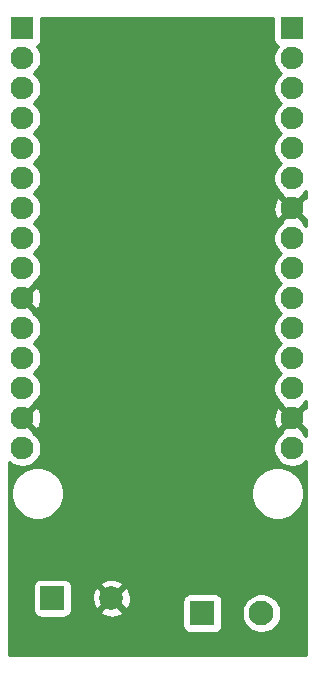
<source format=gbl>
G04 #@! TF.GenerationSoftware,KiCad,Pcbnew,5.1.5+dfsg1-2build2*
G04 #@! TF.CreationDate,2022-10-24T00:29:02+02:00*
G04 #@! TF.ProjectId,MBus_to_radio,4d427573-5f74-46f5-9f72-6164696f2e6b,rev?*
G04 #@! TF.SameCoordinates,Original*
G04 #@! TF.FileFunction,Copper,L2,Bot*
G04 #@! TF.FilePolarity,Positive*
%FSLAX46Y46*%
G04 Gerber Fmt 4.6, Leading zero omitted, Abs format (unit mm)*
G04 Created by KiCad (PCBNEW 5.1.5+dfsg1-2build2) date 2022-10-24 00:29:02*
%MOMM*%
%LPD*%
G04 APERTURE LIST*
%ADD10C,2.100000*%
%ADD11R,2.100000X2.100000*%
%ADD12C,2.000000*%
%ADD13R,2.000000X2.000000*%
%ADD14C,1.930000*%
%ADD15R,1.930000X1.930000*%
%ADD16C,0.800000*%
%ADD17C,0.254000*%
G04 APERTURE END LIST*
D10*
X118030000Y-111760000D03*
D11*
X113030000Y-111760000D03*
D12*
X105330000Y-110490000D03*
D13*
X100330000Y-110490000D03*
D14*
X120650000Y-97790000D03*
X120650000Y-95250000D03*
X120650000Y-92710000D03*
X120650000Y-90170000D03*
X120650000Y-87630000D03*
X120650000Y-85090000D03*
X120650000Y-82550000D03*
X120650000Y-80010000D03*
X120650000Y-77470000D03*
X120650000Y-74930000D03*
X120650000Y-72390000D03*
X120650000Y-69850000D03*
X120650000Y-67310000D03*
X120650000Y-64770000D03*
D15*
X120650000Y-62230000D03*
D14*
X97790000Y-97790000D03*
X97790000Y-95250000D03*
X97790000Y-92710000D03*
X97790000Y-90170000D03*
X97790000Y-87630000D03*
X97790000Y-85090000D03*
X97790000Y-82550000D03*
X97790000Y-80010000D03*
X97790000Y-77470000D03*
X97790000Y-74930000D03*
X97790000Y-72390000D03*
X97790000Y-69850000D03*
X97790000Y-67310000D03*
X97790000Y-64770000D03*
D15*
X97790000Y-62230000D03*
D16*
X109397800Y-101028500D03*
X113055400Y-101752400D03*
X111125000Y-101041200D03*
X111226600Y-97891600D03*
X111506000Y-92735400D03*
X111188500Y-96494600D03*
X102971600Y-101066600D03*
X104902000Y-101066600D03*
X102857300Y-92748100D03*
X101257100Y-92837000D03*
X110566200Y-88074500D03*
X111569500Y-89789000D03*
X112179100Y-79070200D03*
X114388900Y-83489800D03*
X114706400Y-79171800D03*
X117449600Y-78930500D03*
X118706900Y-78943200D03*
X100291900Y-62000000D03*
X103492300Y-62000000D03*
X106641900Y-62000000D03*
X109461300Y-62000000D03*
X112382300Y-62000000D03*
X115379500Y-62000000D03*
X118059200Y-62000000D03*
X114693700Y-84899500D03*
X115912900Y-86347300D03*
X117335300Y-87668100D03*
X118262400Y-88760300D03*
X114757200Y-89319100D03*
X110109000Y-83883500D03*
X110109000Y-85877400D03*
X114198400Y-91198700D03*
X116268500Y-90335100D03*
X118338600Y-91427300D03*
X115658900Y-94919800D03*
X109562900Y-78955900D03*
X110045500Y-73837800D03*
X111404400Y-72504300D03*
X113626900Y-72224900D03*
X118922800Y-73863200D03*
X115836700Y-72326500D03*
X104609900Y-88112600D03*
X103212900Y-88544400D03*
X106591100Y-85331300D03*
X108483400Y-85483700D03*
X104978200Y-85737700D03*
X101688900Y-91325700D03*
X105600500Y-94945200D03*
X106921300Y-97777300D03*
X110769400Y-99580700D03*
X109626400Y-75501500D03*
D17*
G36*
X119046928Y-63195000D02*
G01*
X119059188Y-63319482D01*
X119095498Y-63439180D01*
X119154463Y-63549494D01*
X119233815Y-63646185D01*
X119330506Y-63725537D01*
X119399089Y-63762196D01*
X119232098Y-64012116D01*
X119111487Y-64303297D01*
X119050000Y-64612414D01*
X119050000Y-64927586D01*
X119111487Y-65236703D01*
X119232098Y-65527884D01*
X119407199Y-65789941D01*
X119630059Y-66012801D01*
X119670765Y-66040000D01*
X119630059Y-66067199D01*
X119407199Y-66290059D01*
X119232098Y-66552116D01*
X119111487Y-66843297D01*
X119050000Y-67152414D01*
X119050000Y-67467586D01*
X119111487Y-67776703D01*
X119232098Y-68067884D01*
X119407199Y-68329941D01*
X119630059Y-68552801D01*
X119670765Y-68580000D01*
X119630059Y-68607199D01*
X119407199Y-68830059D01*
X119232098Y-69092116D01*
X119111487Y-69383297D01*
X119050000Y-69692414D01*
X119050000Y-70007586D01*
X119111487Y-70316703D01*
X119232098Y-70607884D01*
X119407199Y-70869941D01*
X119630059Y-71092801D01*
X119670765Y-71120000D01*
X119630059Y-71147199D01*
X119407199Y-71370059D01*
X119232098Y-71632116D01*
X119111487Y-71923297D01*
X119050000Y-72232414D01*
X119050000Y-72547586D01*
X119111487Y-72856703D01*
X119232098Y-73147884D01*
X119407199Y-73409941D01*
X119630059Y-73632801D01*
X119670765Y-73660000D01*
X119630059Y-73687199D01*
X119407199Y-73910059D01*
X119232098Y-74172116D01*
X119111487Y-74463297D01*
X119050000Y-74772414D01*
X119050000Y-75087586D01*
X119111487Y-75396703D01*
X119232098Y-75687884D01*
X119407199Y-75949941D01*
X119630059Y-76172801D01*
X119755319Y-76256497D01*
X119719153Y-76359548D01*
X120650000Y-77290395D01*
X121580847Y-76359548D01*
X121544681Y-76256497D01*
X121669941Y-76172801D01*
X121840001Y-76002741D01*
X121840001Y-76567071D01*
X121760452Y-76539153D01*
X120829605Y-77470000D01*
X121760452Y-78400847D01*
X121840001Y-78372929D01*
X121840001Y-78937259D01*
X121669941Y-78767199D01*
X121544681Y-78683503D01*
X121580847Y-78580452D01*
X120650000Y-77649605D01*
X119719153Y-78580452D01*
X119755319Y-78683503D01*
X119630059Y-78767199D01*
X119407199Y-78990059D01*
X119232098Y-79252116D01*
X119111487Y-79543297D01*
X119050000Y-79852414D01*
X119050000Y-80167586D01*
X119111487Y-80476703D01*
X119232098Y-80767884D01*
X119407199Y-81029941D01*
X119630059Y-81252801D01*
X119670765Y-81280000D01*
X119630059Y-81307199D01*
X119407199Y-81530059D01*
X119232098Y-81792116D01*
X119111487Y-82083297D01*
X119050000Y-82392414D01*
X119050000Y-82707586D01*
X119111487Y-83016703D01*
X119232098Y-83307884D01*
X119407199Y-83569941D01*
X119630059Y-83792801D01*
X119670765Y-83820000D01*
X119630059Y-83847199D01*
X119407199Y-84070059D01*
X119232098Y-84332116D01*
X119111487Y-84623297D01*
X119050000Y-84932414D01*
X119050000Y-85247586D01*
X119111487Y-85556703D01*
X119232098Y-85847884D01*
X119407199Y-86109941D01*
X119630059Y-86332801D01*
X119670765Y-86360000D01*
X119630059Y-86387199D01*
X119407199Y-86610059D01*
X119232098Y-86872116D01*
X119111487Y-87163297D01*
X119050000Y-87472414D01*
X119050000Y-87787586D01*
X119111487Y-88096703D01*
X119232098Y-88387884D01*
X119407199Y-88649941D01*
X119630059Y-88872801D01*
X119670765Y-88900000D01*
X119630059Y-88927199D01*
X119407199Y-89150059D01*
X119232098Y-89412116D01*
X119111487Y-89703297D01*
X119050000Y-90012414D01*
X119050000Y-90327586D01*
X119111487Y-90636703D01*
X119232098Y-90927884D01*
X119407199Y-91189941D01*
X119630059Y-91412801D01*
X119670765Y-91440000D01*
X119630059Y-91467199D01*
X119407199Y-91690059D01*
X119232098Y-91952116D01*
X119111487Y-92243297D01*
X119050000Y-92552414D01*
X119050000Y-92867586D01*
X119111487Y-93176703D01*
X119232098Y-93467884D01*
X119407199Y-93729941D01*
X119630059Y-93952801D01*
X119755319Y-94036497D01*
X119719153Y-94139548D01*
X120650000Y-95070395D01*
X121580847Y-94139548D01*
X121544681Y-94036497D01*
X121669941Y-93952801D01*
X121840000Y-93782742D01*
X121840000Y-94347071D01*
X121760452Y-94319153D01*
X120829605Y-95250000D01*
X121760452Y-96180847D01*
X121840000Y-96152929D01*
X121840000Y-96717258D01*
X121669941Y-96547199D01*
X121544681Y-96463503D01*
X121580847Y-96360452D01*
X120650000Y-95429605D01*
X119719153Y-96360452D01*
X119755319Y-96463503D01*
X119630059Y-96547199D01*
X119407199Y-96770059D01*
X119232098Y-97032116D01*
X119111487Y-97323297D01*
X119050000Y-97632414D01*
X119050000Y-97947586D01*
X119111487Y-98256703D01*
X119232098Y-98547884D01*
X119407199Y-98809941D01*
X119630059Y-99032801D01*
X119892116Y-99207902D01*
X120183297Y-99328513D01*
X120492414Y-99390000D01*
X120807586Y-99390000D01*
X121116703Y-99328513D01*
X121407884Y-99207902D01*
X121669941Y-99032801D01*
X121840000Y-98862742D01*
X121840000Y-115340000D01*
X96660000Y-115340000D01*
X96660000Y-109490000D01*
X98691928Y-109490000D01*
X98691928Y-111490000D01*
X98704188Y-111614482D01*
X98740498Y-111734180D01*
X98799463Y-111844494D01*
X98878815Y-111941185D01*
X98975506Y-112020537D01*
X99085820Y-112079502D01*
X99205518Y-112115812D01*
X99330000Y-112128072D01*
X101330000Y-112128072D01*
X101454482Y-112115812D01*
X101574180Y-112079502D01*
X101684494Y-112020537D01*
X101781185Y-111941185D01*
X101860537Y-111844494D01*
X101919502Y-111734180D01*
X101952496Y-111625413D01*
X104374192Y-111625413D01*
X104469956Y-111889814D01*
X104759571Y-112030704D01*
X105071108Y-112112384D01*
X105392595Y-112131718D01*
X105711675Y-112087961D01*
X106016088Y-111982795D01*
X106190044Y-111889814D01*
X106285808Y-111625413D01*
X105330000Y-110669605D01*
X104374192Y-111625413D01*
X101952496Y-111625413D01*
X101955812Y-111614482D01*
X101968072Y-111490000D01*
X101968072Y-110552595D01*
X103688282Y-110552595D01*
X103732039Y-110871675D01*
X103837205Y-111176088D01*
X103930186Y-111350044D01*
X104194587Y-111445808D01*
X105150395Y-110490000D01*
X105509605Y-110490000D01*
X106465413Y-111445808D01*
X106729814Y-111350044D01*
X106870704Y-111060429D01*
X106952384Y-110748892D01*
X106954722Y-110710000D01*
X111341928Y-110710000D01*
X111341928Y-112810000D01*
X111354188Y-112934482D01*
X111390498Y-113054180D01*
X111449463Y-113164494D01*
X111528815Y-113261185D01*
X111625506Y-113340537D01*
X111735820Y-113399502D01*
X111855518Y-113435812D01*
X111980000Y-113448072D01*
X114080000Y-113448072D01*
X114204482Y-113435812D01*
X114324180Y-113399502D01*
X114434494Y-113340537D01*
X114531185Y-113261185D01*
X114610537Y-113164494D01*
X114669502Y-113054180D01*
X114705812Y-112934482D01*
X114718072Y-112810000D01*
X114718072Y-111594042D01*
X116345000Y-111594042D01*
X116345000Y-111925958D01*
X116409754Y-112251496D01*
X116536772Y-112558147D01*
X116721175Y-112834125D01*
X116955875Y-113068825D01*
X117231853Y-113253228D01*
X117538504Y-113380246D01*
X117864042Y-113445000D01*
X118195958Y-113445000D01*
X118521496Y-113380246D01*
X118828147Y-113253228D01*
X119104125Y-113068825D01*
X119338825Y-112834125D01*
X119523228Y-112558147D01*
X119650246Y-112251496D01*
X119715000Y-111925958D01*
X119715000Y-111594042D01*
X119650246Y-111268504D01*
X119523228Y-110961853D01*
X119338825Y-110685875D01*
X119104125Y-110451175D01*
X118828147Y-110266772D01*
X118521496Y-110139754D01*
X118195958Y-110075000D01*
X117864042Y-110075000D01*
X117538504Y-110139754D01*
X117231853Y-110266772D01*
X116955875Y-110451175D01*
X116721175Y-110685875D01*
X116536772Y-110961853D01*
X116409754Y-111268504D01*
X116345000Y-111594042D01*
X114718072Y-111594042D01*
X114718072Y-110710000D01*
X114705812Y-110585518D01*
X114669502Y-110465820D01*
X114610537Y-110355506D01*
X114531185Y-110258815D01*
X114434494Y-110179463D01*
X114324180Y-110120498D01*
X114204482Y-110084188D01*
X114080000Y-110071928D01*
X111980000Y-110071928D01*
X111855518Y-110084188D01*
X111735820Y-110120498D01*
X111625506Y-110179463D01*
X111528815Y-110258815D01*
X111449463Y-110355506D01*
X111390498Y-110465820D01*
X111354188Y-110585518D01*
X111341928Y-110710000D01*
X106954722Y-110710000D01*
X106971718Y-110427405D01*
X106927961Y-110108325D01*
X106822795Y-109803912D01*
X106729814Y-109629956D01*
X106465413Y-109534192D01*
X105509605Y-110490000D01*
X105150395Y-110490000D01*
X104194587Y-109534192D01*
X103930186Y-109629956D01*
X103789296Y-109919571D01*
X103707616Y-110231108D01*
X103688282Y-110552595D01*
X101968072Y-110552595D01*
X101968072Y-109490000D01*
X101955812Y-109365518D01*
X101952497Y-109354587D01*
X104374192Y-109354587D01*
X105330000Y-110310395D01*
X106285808Y-109354587D01*
X106190044Y-109090186D01*
X105900429Y-108949296D01*
X105588892Y-108867616D01*
X105267405Y-108848282D01*
X104948325Y-108892039D01*
X104643912Y-108997205D01*
X104469956Y-109090186D01*
X104374192Y-109354587D01*
X101952497Y-109354587D01*
X101919502Y-109245820D01*
X101860537Y-109135506D01*
X101781185Y-109038815D01*
X101684494Y-108959463D01*
X101574180Y-108900498D01*
X101454482Y-108864188D01*
X101330000Y-108851928D01*
X99330000Y-108851928D01*
X99205518Y-108864188D01*
X99085820Y-108900498D01*
X98975506Y-108959463D01*
X98878815Y-109038815D01*
X98799463Y-109135506D01*
X98740498Y-109245820D01*
X98704188Y-109365518D01*
X98691928Y-109490000D01*
X96660000Y-109490000D01*
X96660000Y-101379872D01*
X96825000Y-101379872D01*
X96825000Y-101820128D01*
X96910890Y-102251925D01*
X97079369Y-102658669D01*
X97323962Y-103024729D01*
X97635271Y-103336038D01*
X98001331Y-103580631D01*
X98408075Y-103749110D01*
X98839872Y-103835000D01*
X99280128Y-103835000D01*
X99711925Y-103749110D01*
X100118669Y-103580631D01*
X100484729Y-103336038D01*
X100796038Y-103024729D01*
X101040631Y-102658669D01*
X101209110Y-102251925D01*
X101295000Y-101820128D01*
X101295000Y-101379872D01*
X117145000Y-101379872D01*
X117145000Y-101820128D01*
X117230890Y-102251925D01*
X117399369Y-102658669D01*
X117643962Y-103024729D01*
X117955271Y-103336038D01*
X118321331Y-103580631D01*
X118728075Y-103749110D01*
X119159872Y-103835000D01*
X119600128Y-103835000D01*
X120031925Y-103749110D01*
X120438669Y-103580631D01*
X120804729Y-103336038D01*
X121116038Y-103024729D01*
X121360631Y-102658669D01*
X121529110Y-102251925D01*
X121615000Y-101820128D01*
X121615000Y-101379872D01*
X121529110Y-100948075D01*
X121360631Y-100541331D01*
X121116038Y-100175271D01*
X120804729Y-99863962D01*
X120438669Y-99619369D01*
X120031925Y-99450890D01*
X119600128Y-99365000D01*
X119159872Y-99365000D01*
X118728075Y-99450890D01*
X118321331Y-99619369D01*
X117955271Y-99863962D01*
X117643962Y-100175271D01*
X117399369Y-100541331D01*
X117230890Y-100948075D01*
X117145000Y-101379872D01*
X101295000Y-101379872D01*
X101209110Y-100948075D01*
X101040631Y-100541331D01*
X100796038Y-100175271D01*
X100484729Y-99863962D01*
X100118669Y-99619369D01*
X99711925Y-99450890D01*
X99280128Y-99365000D01*
X98839872Y-99365000D01*
X98408075Y-99450890D01*
X98001331Y-99619369D01*
X97635271Y-99863962D01*
X97323962Y-100175271D01*
X97079369Y-100541331D01*
X96910890Y-100948075D01*
X96825000Y-101379872D01*
X96660000Y-101379872D01*
X96660000Y-98922742D01*
X96770059Y-99032801D01*
X97032116Y-99207902D01*
X97323297Y-99328513D01*
X97632414Y-99390000D01*
X97947586Y-99390000D01*
X98256703Y-99328513D01*
X98547884Y-99207902D01*
X98809941Y-99032801D01*
X99032801Y-98809941D01*
X99207902Y-98547884D01*
X99328513Y-98256703D01*
X99390000Y-97947586D01*
X99390000Y-97632414D01*
X99328513Y-97323297D01*
X99207902Y-97032116D01*
X99032801Y-96770059D01*
X98809941Y-96547199D01*
X98684681Y-96463503D01*
X98720847Y-96360452D01*
X97790000Y-95429605D01*
X97775858Y-95443748D01*
X97596253Y-95264143D01*
X97610395Y-95250000D01*
X97969605Y-95250000D01*
X98900452Y-96180847D01*
X99161275Y-96089309D01*
X99298668Y-95805659D01*
X99378083Y-95500656D01*
X99388992Y-95313980D01*
X119043530Y-95313980D01*
X119086880Y-95626157D01*
X119190300Y-95923879D01*
X119278725Y-96089309D01*
X119539548Y-96180847D01*
X120470395Y-95250000D01*
X119539548Y-94319153D01*
X119278725Y-94410691D01*
X119141332Y-94694341D01*
X119061917Y-94999344D01*
X119043530Y-95313980D01*
X99388992Y-95313980D01*
X99396470Y-95186020D01*
X99353120Y-94873843D01*
X99249700Y-94576121D01*
X99161275Y-94410691D01*
X98900452Y-94319153D01*
X97969605Y-95250000D01*
X97610395Y-95250000D01*
X97596253Y-95235858D01*
X97775858Y-95056253D01*
X97790000Y-95070395D01*
X98720847Y-94139548D01*
X98684681Y-94036497D01*
X98809941Y-93952801D01*
X99032801Y-93729941D01*
X99207902Y-93467884D01*
X99328513Y-93176703D01*
X99390000Y-92867586D01*
X99390000Y-92552414D01*
X99328513Y-92243297D01*
X99207902Y-91952116D01*
X99032801Y-91690059D01*
X98809941Y-91467199D01*
X98769235Y-91440000D01*
X98809941Y-91412801D01*
X99032801Y-91189941D01*
X99207902Y-90927884D01*
X99328513Y-90636703D01*
X99390000Y-90327586D01*
X99390000Y-90012414D01*
X99328513Y-89703297D01*
X99207902Y-89412116D01*
X99032801Y-89150059D01*
X98809941Y-88927199D01*
X98769235Y-88900000D01*
X98809941Y-88872801D01*
X99032801Y-88649941D01*
X99207902Y-88387884D01*
X99328513Y-88096703D01*
X99390000Y-87787586D01*
X99390000Y-87472414D01*
X99328513Y-87163297D01*
X99207902Y-86872116D01*
X99032801Y-86610059D01*
X98809941Y-86387199D01*
X98684681Y-86303503D01*
X98720847Y-86200452D01*
X97790000Y-85269605D01*
X97775858Y-85283748D01*
X97596253Y-85104143D01*
X97610395Y-85090000D01*
X97969605Y-85090000D01*
X98900452Y-86020847D01*
X99161275Y-85929309D01*
X99298668Y-85645659D01*
X99378083Y-85340656D01*
X99396470Y-85026020D01*
X99353120Y-84713843D01*
X99249700Y-84416121D01*
X99161275Y-84250691D01*
X98900452Y-84159153D01*
X97969605Y-85090000D01*
X97610395Y-85090000D01*
X97596253Y-85075858D01*
X97775858Y-84896253D01*
X97790000Y-84910395D01*
X98720847Y-83979548D01*
X98684681Y-83876497D01*
X98809941Y-83792801D01*
X99032801Y-83569941D01*
X99207902Y-83307884D01*
X99328513Y-83016703D01*
X99390000Y-82707586D01*
X99390000Y-82392414D01*
X99328513Y-82083297D01*
X99207902Y-81792116D01*
X99032801Y-81530059D01*
X98809941Y-81307199D01*
X98769235Y-81280000D01*
X98809941Y-81252801D01*
X99032801Y-81029941D01*
X99207902Y-80767884D01*
X99328513Y-80476703D01*
X99390000Y-80167586D01*
X99390000Y-79852414D01*
X99328513Y-79543297D01*
X99207902Y-79252116D01*
X99032801Y-78990059D01*
X98809941Y-78767199D01*
X98769235Y-78740000D01*
X98809941Y-78712801D01*
X99032801Y-78489941D01*
X99207902Y-78227884D01*
X99328513Y-77936703D01*
X99390000Y-77627586D01*
X99390000Y-77533980D01*
X119043530Y-77533980D01*
X119086880Y-77846157D01*
X119190300Y-78143879D01*
X119278725Y-78309309D01*
X119539548Y-78400847D01*
X120470395Y-77470000D01*
X119539548Y-76539153D01*
X119278725Y-76630691D01*
X119141332Y-76914341D01*
X119061917Y-77219344D01*
X119043530Y-77533980D01*
X99390000Y-77533980D01*
X99390000Y-77312414D01*
X99328513Y-77003297D01*
X99207902Y-76712116D01*
X99032801Y-76450059D01*
X98809941Y-76227199D01*
X98769235Y-76200000D01*
X98809941Y-76172801D01*
X99032801Y-75949941D01*
X99207902Y-75687884D01*
X99328513Y-75396703D01*
X99390000Y-75087586D01*
X99390000Y-74772414D01*
X99328513Y-74463297D01*
X99207902Y-74172116D01*
X99032801Y-73910059D01*
X98809941Y-73687199D01*
X98769235Y-73660000D01*
X98809941Y-73632801D01*
X99032801Y-73409941D01*
X99207902Y-73147884D01*
X99328513Y-72856703D01*
X99390000Y-72547586D01*
X99390000Y-72232414D01*
X99328513Y-71923297D01*
X99207902Y-71632116D01*
X99032801Y-71370059D01*
X98809941Y-71147199D01*
X98769235Y-71120000D01*
X98809941Y-71092801D01*
X99032801Y-70869941D01*
X99207902Y-70607884D01*
X99328513Y-70316703D01*
X99390000Y-70007586D01*
X99390000Y-69692414D01*
X99328513Y-69383297D01*
X99207902Y-69092116D01*
X99032801Y-68830059D01*
X98809941Y-68607199D01*
X98769235Y-68580000D01*
X98809941Y-68552801D01*
X99032801Y-68329941D01*
X99207902Y-68067884D01*
X99328513Y-67776703D01*
X99390000Y-67467586D01*
X99390000Y-67152414D01*
X99328513Y-66843297D01*
X99207902Y-66552116D01*
X99032801Y-66290059D01*
X98809941Y-66067199D01*
X98769235Y-66040000D01*
X98809941Y-66012801D01*
X99032801Y-65789941D01*
X99207902Y-65527884D01*
X99328513Y-65236703D01*
X99390000Y-64927586D01*
X99390000Y-64612414D01*
X99328513Y-64303297D01*
X99207902Y-64012116D01*
X99040911Y-63762196D01*
X99109494Y-63725537D01*
X99206185Y-63646185D01*
X99285537Y-63549494D01*
X99344502Y-63439180D01*
X99380812Y-63319482D01*
X99393072Y-63195000D01*
X99393072Y-61328300D01*
X119046928Y-61328300D01*
X119046928Y-63195000D01*
G37*
X119046928Y-63195000D02*
X119059188Y-63319482D01*
X119095498Y-63439180D01*
X119154463Y-63549494D01*
X119233815Y-63646185D01*
X119330506Y-63725537D01*
X119399089Y-63762196D01*
X119232098Y-64012116D01*
X119111487Y-64303297D01*
X119050000Y-64612414D01*
X119050000Y-64927586D01*
X119111487Y-65236703D01*
X119232098Y-65527884D01*
X119407199Y-65789941D01*
X119630059Y-66012801D01*
X119670765Y-66040000D01*
X119630059Y-66067199D01*
X119407199Y-66290059D01*
X119232098Y-66552116D01*
X119111487Y-66843297D01*
X119050000Y-67152414D01*
X119050000Y-67467586D01*
X119111487Y-67776703D01*
X119232098Y-68067884D01*
X119407199Y-68329941D01*
X119630059Y-68552801D01*
X119670765Y-68580000D01*
X119630059Y-68607199D01*
X119407199Y-68830059D01*
X119232098Y-69092116D01*
X119111487Y-69383297D01*
X119050000Y-69692414D01*
X119050000Y-70007586D01*
X119111487Y-70316703D01*
X119232098Y-70607884D01*
X119407199Y-70869941D01*
X119630059Y-71092801D01*
X119670765Y-71120000D01*
X119630059Y-71147199D01*
X119407199Y-71370059D01*
X119232098Y-71632116D01*
X119111487Y-71923297D01*
X119050000Y-72232414D01*
X119050000Y-72547586D01*
X119111487Y-72856703D01*
X119232098Y-73147884D01*
X119407199Y-73409941D01*
X119630059Y-73632801D01*
X119670765Y-73660000D01*
X119630059Y-73687199D01*
X119407199Y-73910059D01*
X119232098Y-74172116D01*
X119111487Y-74463297D01*
X119050000Y-74772414D01*
X119050000Y-75087586D01*
X119111487Y-75396703D01*
X119232098Y-75687884D01*
X119407199Y-75949941D01*
X119630059Y-76172801D01*
X119755319Y-76256497D01*
X119719153Y-76359548D01*
X120650000Y-77290395D01*
X121580847Y-76359548D01*
X121544681Y-76256497D01*
X121669941Y-76172801D01*
X121840001Y-76002741D01*
X121840001Y-76567071D01*
X121760452Y-76539153D01*
X120829605Y-77470000D01*
X121760452Y-78400847D01*
X121840001Y-78372929D01*
X121840001Y-78937259D01*
X121669941Y-78767199D01*
X121544681Y-78683503D01*
X121580847Y-78580452D01*
X120650000Y-77649605D01*
X119719153Y-78580452D01*
X119755319Y-78683503D01*
X119630059Y-78767199D01*
X119407199Y-78990059D01*
X119232098Y-79252116D01*
X119111487Y-79543297D01*
X119050000Y-79852414D01*
X119050000Y-80167586D01*
X119111487Y-80476703D01*
X119232098Y-80767884D01*
X119407199Y-81029941D01*
X119630059Y-81252801D01*
X119670765Y-81280000D01*
X119630059Y-81307199D01*
X119407199Y-81530059D01*
X119232098Y-81792116D01*
X119111487Y-82083297D01*
X119050000Y-82392414D01*
X119050000Y-82707586D01*
X119111487Y-83016703D01*
X119232098Y-83307884D01*
X119407199Y-83569941D01*
X119630059Y-83792801D01*
X119670765Y-83820000D01*
X119630059Y-83847199D01*
X119407199Y-84070059D01*
X119232098Y-84332116D01*
X119111487Y-84623297D01*
X119050000Y-84932414D01*
X119050000Y-85247586D01*
X119111487Y-85556703D01*
X119232098Y-85847884D01*
X119407199Y-86109941D01*
X119630059Y-86332801D01*
X119670765Y-86360000D01*
X119630059Y-86387199D01*
X119407199Y-86610059D01*
X119232098Y-86872116D01*
X119111487Y-87163297D01*
X119050000Y-87472414D01*
X119050000Y-87787586D01*
X119111487Y-88096703D01*
X119232098Y-88387884D01*
X119407199Y-88649941D01*
X119630059Y-88872801D01*
X119670765Y-88900000D01*
X119630059Y-88927199D01*
X119407199Y-89150059D01*
X119232098Y-89412116D01*
X119111487Y-89703297D01*
X119050000Y-90012414D01*
X119050000Y-90327586D01*
X119111487Y-90636703D01*
X119232098Y-90927884D01*
X119407199Y-91189941D01*
X119630059Y-91412801D01*
X119670765Y-91440000D01*
X119630059Y-91467199D01*
X119407199Y-91690059D01*
X119232098Y-91952116D01*
X119111487Y-92243297D01*
X119050000Y-92552414D01*
X119050000Y-92867586D01*
X119111487Y-93176703D01*
X119232098Y-93467884D01*
X119407199Y-93729941D01*
X119630059Y-93952801D01*
X119755319Y-94036497D01*
X119719153Y-94139548D01*
X120650000Y-95070395D01*
X121580847Y-94139548D01*
X121544681Y-94036497D01*
X121669941Y-93952801D01*
X121840000Y-93782742D01*
X121840000Y-94347071D01*
X121760452Y-94319153D01*
X120829605Y-95250000D01*
X121760452Y-96180847D01*
X121840000Y-96152929D01*
X121840000Y-96717258D01*
X121669941Y-96547199D01*
X121544681Y-96463503D01*
X121580847Y-96360452D01*
X120650000Y-95429605D01*
X119719153Y-96360452D01*
X119755319Y-96463503D01*
X119630059Y-96547199D01*
X119407199Y-96770059D01*
X119232098Y-97032116D01*
X119111487Y-97323297D01*
X119050000Y-97632414D01*
X119050000Y-97947586D01*
X119111487Y-98256703D01*
X119232098Y-98547884D01*
X119407199Y-98809941D01*
X119630059Y-99032801D01*
X119892116Y-99207902D01*
X120183297Y-99328513D01*
X120492414Y-99390000D01*
X120807586Y-99390000D01*
X121116703Y-99328513D01*
X121407884Y-99207902D01*
X121669941Y-99032801D01*
X121840000Y-98862742D01*
X121840000Y-115340000D01*
X96660000Y-115340000D01*
X96660000Y-109490000D01*
X98691928Y-109490000D01*
X98691928Y-111490000D01*
X98704188Y-111614482D01*
X98740498Y-111734180D01*
X98799463Y-111844494D01*
X98878815Y-111941185D01*
X98975506Y-112020537D01*
X99085820Y-112079502D01*
X99205518Y-112115812D01*
X99330000Y-112128072D01*
X101330000Y-112128072D01*
X101454482Y-112115812D01*
X101574180Y-112079502D01*
X101684494Y-112020537D01*
X101781185Y-111941185D01*
X101860537Y-111844494D01*
X101919502Y-111734180D01*
X101952496Y-111625413D01*
X104374192Y-111625413D01*
X104469956Y-111889814D01*
X104759571Y-112030704D01*
X105071108Y-112112384D01*
X105392595Y-112131718D01*
X105711675Y-112087961D01*
X106016088Y-111982795D01*
X106190044Y-111889814D01*
X106285808Y-111625413D01*
X105330000Y-110669605D01*
X104374192Y-111625413D01*
X101952496Y-111625413D01*
X101955812Y-111614482D01*
X101968072Y-111490000D01*
X101968072Y-110552595D01*
X103688282Y-110552595D01*
X103732039Y-110871675D01*
X103837205Y-111176088D01*
X103930186Y-111350044D01*
X104194587Y-111445808D01*
X105150395Y-110490000D01*
X105509605Y-110490000D01*
X106465413Y-111445808D01*
X106729814Y-111350044D01*
X106870704Y-111060429D01*
X106952384Y-110748892D01*
X106954722Y-110710000D01*
X111341928Y-110710000D01*
X111341928Y-112810000D01*
X111354188Y-112934482D01*
X111390498Y-113054180D01*
X111449463Y-113164494D01*
X111528815Y-113261185D01*
X111625506Y-113340537D01*
X111735820Y-113399502D01*
X111855518Y-113435812D01*
X111980000Y-113448072D01*
X114080000Y-113448072D01*
X114204482Y-113435812D01*
X114324180Y-113399502D01*
X114434494Y-113340537D01*
X114531185Y-113261185D01*
X114610537Y-113164494D01*
X114669502Y-113054180D01*
X114705812Y-112934482D01*
X114718072Y-112810000D01*
X114718072Y-111594042D01*
X116345000Y-111594042D01*
X116345000Y-111925958D01*
X116409754Y-112251496D01*
X116536772Y-112558147D01*
X116721175Y-112834125D01*
X116955875Y-113068825D01*
X117231853Y-113253228D01*
X117538504Y-113380246D01*
X117864042Y-113445000D01*
X118195958Y-113445000D01*
X118521496Y-113380246D01*
X118828147Y-113253228D01*
X119104125Y-113068825D01*
X119338825Y-112834125D01*
X119523228Y-112558147D01*
X119650246Y-112251496D01*
X119715000Y-111925958D01*
X119715000Y-111594042D01*
X119650246Y-111268504D01*
X119523228Y-110961853D01*
X119338825Y-110685875D01*
X119104125Y-110451175D01*
X118828147Y-110266772D01*
X118521496Y-110139754D01*
X118195958Y-110075000D01*
X117864042Y-110075000D01*
X117538504Y-110139754D01*
X117231853Y-110266772D01*
X116955875Y-110451175D01*
X116721175Y-110685875D01*
X116536772Y-110961853D01*
X116409754Y-111268504D01*
X116345000Y-111594042D01*
X114718072Y-111594042D01*
X114718072Y-110710000D01*
X114705812Y-110585518D01*
X114669502Y-110465820D01*
X114610537Y-110355506D01*
X114531185Y-110258815D01*
X114434494Y-110179463D01*
X114324180Y-110120498D01*
X114204482Y-110084188D01*
X114080000Y-110071928D01*
X111980000Y-110071928D01*
X111855518Y-110084188D01*
X111735820Y-110120498D01*
X111625506Y-110179463D01*
X111528815Y-110258815D01*
X111449463Y-110355506D01*
X111390498Y-110465820D01*
X111354188Y-110585518D01*
X111341928Y-110710000D01*
X106954722Y-110710000D01*
X106971718Y-110427405D01*
X106927961Y-110108325D01*
X106822795Y-109803912D01*
X106729814Y-109629956D01*
X106465413Y-109534192D01*
X105509605Y-110490000D01*
X105150395Y-110490000D01*
X104194587Y-109534192D01*
X103930186Y-109629956D01*
X103789296Y-109919571D01*
X103707616Y-110231108D01*
X103688282Y-110552595D01*
X101968072Y-110552595D01*
X101968072Y-109490000D01*
X101955812Y-109365518D01*
X101952497Y-109354587D01*
X104374192Y-109354587D01*
X105330000Y-110310395D01*
X106285808Y-109354587D01*
X106190044Y-109090186D01*
X105900429Y-108949296D01*
X105588892Y-108867616D01*
X105267405Y-108848282D01*
X104948325Y-108892039D01*
X104643912Y-108997205D01*
X104469956Y-109090186D01*
X104374192Y-109354587D01*
X101952497Y-109354587D01*
X101919502Y-109245820D01*
X101860537Y-109135506D01*
X101781185Y-109038815D01*
X101684494Y-108959463D01*
X101574180Y-108900498D01*
X101454482Y-108864188D01*
X101330000Y-108851928D01*
X99330000Y-108851928D01*
X99205518Y-108864188D01*
X99085820Y-108900498D01*
X98975506Y-108959463D01*
X98878815Y-109038815D01*
X98799463Y-109135506D01*
X98740498Y-109245820D01*
X98704188Y-109365518D01*
X98691928Y-109490000D01*
X96660000Y-109490000D01*
X96660000Y-101379872D01*
X96825000Y-101379872D01*
X96825000Y-101820128D01*
X96910890Y-102251925D01*
X97079369Y-102658669D01*
X97323962Y-103024729D01*
X97635271Y-103336038D01*
X98001331Y-103580631D01*
X98408075Y-103749110D01*
X98839872Y-103835000D01*
X99280128Y-103835000D01*
X99711925Y-103749110D01*
X100118669Y-103580631D01*
X100484729Y-103336038D01*
X100796038Y-103024729D01*
X101040631Y-102658669D01*
X101209110Y-102251925D01*
X101295000Y-101820128D01*
X101295000Y-101379872D01*
X117145000Y-101379872D01*
X117145000Y-101820128D01*
X117230890Y-102251925D01*
X117399369Y-102658669D01*
X117643962Y-103024729D01*
X117955271Y-103336038D01*
X118321331Y-103580631D01*
X118728075Y-103749110D01*
X119159872Y-103835000D01*
X119600128Y-103835000D01*
X120031925Y-103749110D01*
X120438669Y-103580631D01*
X120804729Y-103336038D01*
X121116038Y-103024729D01*
X121360631Y-102658669D01*
X121529110Y-102251925D01*
X121615000Y-101820128D01*
X121615000Y-101379872D01*
X121529110Y-100948075D01*
X121360631Y-100541331D01*
X121116038Y-100175271D01*
X120804729Y-99863962D01*
X120438669Y-99619369D01*
X120031925Y-99450890D01*
X119600128Y-99365000D01*
X119159872Y-99365000D01*
X118728075Y-99450890D01*
X118321331Y-99619369D01*
X117955271Y-99863962D01*
X117643962Y-100175271D01*
X117399369Y-100541331D01*
X117230890Y-100948075D01*
X117145000Y-101379872D01*
X101295000Y-101379872D01*
X101209110Y-100948075D01*
X101040631Y-100541331D01*
X100796038Y-100175271D01*
X100484729Y-99863962D01*
X100118669Y-99619369D01*
X99711925Y-99450890D01*
X99280128Y-99365000D01*
X98839872Y-99365000D01*
X98408075Y-99450890D01*
X98001331Y-99619369D01*
X97635271Y-99863962D01*
X97323962Y-100175271D01*
X97079369Y-100541331D01*
X96910890Y-100948075D01*
X96825000Y-101379872D01*
X96660000Y-101379872D01*
X96660000Y-98922742D01*
X96770059Y-99032801D01*
X97032116Y-99207902D01*
X97323297Y-99328513D01*
X97632414Y-99390000D01*
X97947586Y-99390000D01*
X98256703Y-99328513D01*
X98547884Y-99207902D01*
X98809941Y-99032801D01*
X99032801Y-98809941D01*
X99207902Y-98547884D01*
X99328513Y-98256703D01*
X99390000Y-97947586D01*
X99390000Y-97632414D01*
X99328513Y-97323297D01*
X99207902Y-97032116D01*
X99032801Y-96770059D01*
X98809941Y-96547199D01*
X98684681Y-96463503D01*
X98720847Y-96360452D01*
X97790000Y-95429605D01*
X97775858Y-95443748D01*
X97596253Y-95264143D01*
X97610395Y-95250000D01*
X97969605Y-95250000D01*
X98900452Y-96180847D01*
X99161275Y-96089309D01*
X99298668Y-95805659D01*
X99378083Y-95500656D01*
X99388992Y-95313980D01*
X119043530Y-95313980D01*
X119086880Y-95626157D01*
X119190300Y-95923879D01*
X119278725Y-96089309D01*
X119539548Y-96180847D01*
X120470395Y-95250000D01*
X119539548Y-94319153D01*
X119278725Y-94410691D01*
X119141332Y-94694341D01*
X119061917Y-94999344D01*
X119043530Y-95313980D01*
X99388992Y-95313980D01*
X99396470Y-95186020D01*
X99353120Y-94873843D01*
X99249700Y-94576121D01*
X99161275Y-94410691D01*
X98900452Y-94319153D01*
X97969605Y-95250000D01*
X97610395Y-95250000D01*
X97596253Y-95235858D01*
X97775858Y-95056253D01*
X97790000Y-95070395D01*
X98720847Y-94139548D01*
X98684681Y-94036497D01*
X98809941Y-93952801D01*
X99032801Y-93729941D01*
X99207902Y-93467884D01*
X99328513Y-93176703D01*
X99390000Y-92867586D01*
X99390000Y-92552414D01*
X99328513Y-92243297D01*
X99207902Y-91952116D01*
X99032801Y-91690059D01*
X98809941Y-91467199D01*
X98769235Y-91440000D01*
X98809941Y-91412801D01*
X99032801Y-91189941D01*
X99207902Y-90927884D01*
X99328513Y-90636703D01*
X99390000Y-90327586D01*
X99390000Y-90012414D01*
X99328513Y-89703297D01*
X99207902Y-89412116D01*
X99032801Y-89150059D01*
X98809941Y-88927199D01*
X98769235Y-88900000D01*
X98809941Y-88872801D01*
X99032801Y-88649941D01*
X99207902Y-88387884D01*
X99328513Y-88096703D01*
X99390000Y-87787586D01*
X99390000Y-87472414D01*
X99328513Y-87163297D01*
X99207902Y-86872116D01*
X99032801Y-86610059D01*
X98809941Y-86387199D01*
X98684681Y-86303503D01*
X98720847Y-86200452D01*
X97790000Y-85269605D01*
X97775858Y-85283748D01*
X97596253Y-85104143D01*
X97610395Y-85090000D01*
X97969605Y-85090000D01*
X98900452Y-86020847D01*
X99161275Y-85929309D01*
X99298668Y-85645659D01*
X99378083Y-85340656D01*
X99396470Y-85026020D01*
X99353120Y-84713843D01*
X99249700Y-84416121D01*
X99161275Y-84250691D01*
X98900452Y-84159153D01*
X97969605Y-85090000D01*
X97610395Y-85090000D01*
X97596253Y-85075858D01*
X97775858Y-84896253D01*
X97790000Y-84910395D01*
X98720847Y-83979548D01*
X98684681Y-83876497D01*
X98809941Y-83792801D01*
X99032801Y-83569941D01*
X99207902Y-83307884D01*
X99328513Y-83016703D01*
X99390000Y-82707586D01*
X99390000Y-82392414D01*
X99328513Y-82083297D01*
X99207902Y-81792116D01*
X99032801Y-81530059D01*
X98809941Y-81307199D01*
X98769235Y-81280000D01*
X98809941Y-81252801D01*
X99032801Y-81029941D01*
X99207902Y-80767884D01*
X99328513Y-80476703D01*
X99390000Y-80167586D01*
X99390000Y-79852414D01*
X99328513Y-79543297D01*
X99207902Y-79252116D01*
X99032801Y-78990059D01*
X98809941Y-78767199D01*
X98769235Y-78740000D01*
X98809941Y-78712801D01*
X99032801Y-78489941D01*
X99207902Y-78227884D01*
X99328513Y-77936703D01*
X99390000Y-77627586D01*
X99390000Y-77533980D01*
X119043530Y-77533980D01*
X119086880Y-77846157D01*
X119190300Y-78143879D01*
X119278725Y-78309309D01*
X119539548Y-78400847D01*
X120470395Y-77470000D01*
X119539548Y-76539153D01*
X119278725Y-76630691D01*
X119141332Y-76914341D01*
X119061917Y-77219344D01*
X119043530Y-77533980D01*
X99390000Y-77533980D01*
X99390000Y-77312414D01*
X99328513Y-77003297D01*
X99207902Y-76712116D01*
X99032801Y-76450059D01*
X98809941Y-76227199D01*
X98769235Y-76200000D01*
X98809941Y-76172801D01*
X99032801Y-75949941D01*
X99207902Y-75687884D01*
X99328513Y-75396703D01*
X99390000Y-75087586D01*
X99390000Y-74772414D01*
X99328513Y-74463297D01*
X99207902Y-74172116D01*
X99032801Y-73910059D01*
X98809941Y-73687199D01*
X98769235Y-73660000D01*
X98809941Y-73632801D01*
X99032801Y-73409941D01*
X99207902Y-73147884D01*
X99328513Y-72856703D01*
X99390000Y-72547586D01*
X99390000Y-72232414D01*
X99328513Y-71923297D01*
X99207902Y-71632116D01*
X99032801Y-71370059D01*
X98809941Y-71147199D01*
X98769235Y-71120000D01*
X98809941Y-71092801D01*
X99032801Y-70869941D01*
X99207902Y-70607884D01*
X99328513Y-70316703D01*
X99390000Y-70007586D01*
X99390000Y-69692414D01*
X99328513Y-69383297D01*
X99207902Y-69092116D01*
X99032801Y-68830059D01*
X98809941Y-68607199D01*
X98769235Y-68580000D01*
X98809941Y-68552801D01*
X99032801Y-68329941D01*
X99207902Y-68067884D01*
X99328513Y-67776703D01*
X99390000Y-67467586D01*
X99390000Y-67152414D01*
X99328513Y-66843297D01*
X99207902Y-66552116D01*
X99032801Y-66290059D01*
X98809941Y-66067199D01*
X98769235Y-66040000D01*
X98809941Y-66012801D01*
X99032801Y-65789941D01*
X99207902Y-65527884D01*
X99328513Y-65236703D01*
X99390000Y-64927586D01*
X99390000Y-64612414D01*
X99328513Y-64303297D01*
X99207902Y-64012116D01*
X99040911Y-63762196D01*
X99109494Y-63725537D01*
X99206185Y-63646185D01*
X99285537Y-63549494D01*
X99344502Y-63439180D01*
X99380812Y-63319482D01*
X99393072Y-63195000D01*
X99393072Y-61328300D01*
X119046928Y-61328300D01*
X119046928Y-63195000D01*
M02*

</source>
